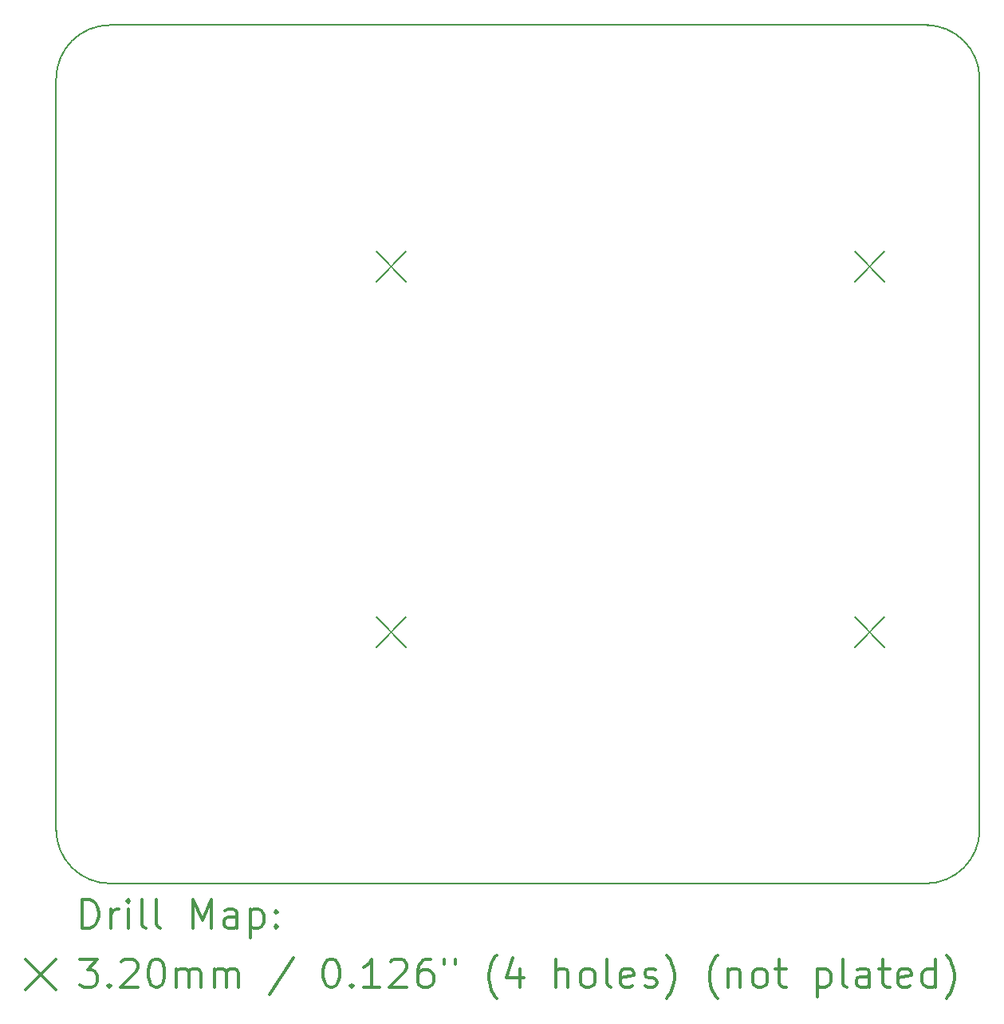
<source format=gbr>
%FSLAX45Y45*%
G04 Gerber Fmt 4.5, Leading zero omitted, Abs format (unit mm)*
G04 Created by KiCad (PCBNEW 5.0.2-bee76a0~70~ubuntu16.04.1) date Tue 14 Jan 2020 10:26:22 AM MST*
%MOMM*%
%LPD*%
G01*
G04 APERTURE LIST*
%ADD10C,0.150000*%
%ADD11C,0.200000*%
%ADD12C,0.300000*%
G04 APERTURE END LIST*
D10*
X9271000Y-9626600D02*
X9271000Y-17602200D01*
X18542000Y-18161000D02*
X9842500Y-18161000D01*
X19075400Y-9626600D02*
X19075400Y-17589500D01*
X9271000Y-9626600D02*
G75*
G02X9842500Y-9055100I571500J0D01*
G01*
X9842500Y-18161000D02*
G75*
G02X9271000Y-17589500I0J571500D01*
G01*
X19075400Y-17589500D02*
G75*
G02X18503900Y-18161000I-571500J0D01*
G01*
X18503900Y-9055100D02*
G75*
G02X19075400Y-9626600I0J-571500D01*
G01*
X18542000Y-9055100D02*
X9842500Y-9055100D01*
D11*
X12667000Y-11460500D02*
X12987000Y-11780500D01*
X12987000Y-11460500D02*
X12667000Y-11780500D01*
X17747000Y-11460500D02*
X18067000Y-11780500D01*
X18067000Y-11460500D02*
X17747000Y-11780500D01*
X17747000Y-15334000D02*
X18067000Y-15654000D01*
X18067000Y-15334000D02*
X17747000Y-15654000D01*
X12667000Y-15334000D02*
X12987000Y-15654000D01*
X12987000Y-15334000D02*
X12667000Y-15654000D01*
D12*
X9549928Y-18634214D02*
X9549928Y-18334214D01*
X9621357Y-18334214D01*
X9664214Y-18348500D01*
X9692786Y-18377072D01*
X9707071Y-18405643D01*
X9721357Y-18462786D01*
X9721357Y-18505643D01*
X9707071Y-18562786D01*
X9692786Y-18591357D01*
X9664214Y-18619929D01*
X9621357Y-18634214D01*
X9549928Y-18634214D01*
X9849928Y-18634214D02*
X9849928Y-18434214D01*
X9849928Y-18491357D02*
X9864214Y-18462786D01*
X9878500Y-18448500D01*
X9907071Y-18434214D01*
X9935643Y-18434214D01*
X10035643Y-18634214D02*
X10035643Y-18434214D01*
X10035643Y-18334214D02*
X10021357Y-18348500D01*
X10035643Y-18362786D01*
X10049928Y-18348500D01*
X10035643Y-18334214D01*
X10035643Y-18362786D01*
X10221357Y-18634214D02*
X10192786Y-18619929D01*
X10178500Y-18591357D01*
X10178500Y-18334214D01*
X10378500Y-18634214D02*
X10349928Y-18619929D01*
X10335643Y-18591357D01*
X10335643Y-18334214D01*
X10721357Y-18634214D02*
X10721357Y-18334214D01*
X10821357Y-18548500D01*
X10921357Y-18334214D01*
X10921357Y-18634214D01*
X11192786Y-18634214D02*
X11192786Y-18477072D01*
X11178500Y-18448500D01*
X11149928Y-18434214D01*
X11092786Y-18434214D01*
X11064214Y-18448500D01*
X11192786Y-18619929D02*
X11164214Y-18634214D01*
X11092786Y-18634214D01*
X11064214Y-18619929D01*
X11049928Y-18591357D01*
X11049928Y-18562786D01*
X11064214Y-18534214D01*
X11092786Y-18519929D01*
X11164214Y-18519929D01*
X11192786Y-18505643D01*
X11335643Y-18434214D02*
X11335643Y-18734214D01*
X11335643Y-18448500D02*
X11364214Y-18434214D01*
X11421357Y-18434214D01*
X11449928Y-18448500D01*
X11464214Y-18462786D01*
X11478500Y-18491357D01*
X11478500Y-18577072D01*
X11464214Y-18605643D01*
X11449928Y-18619929D01*
X11421357Y-18634214D01*
X11364214Y-18634214D01*
X11335643Y-18619929D01*
X11607071Y-18605643D02*
X11621357Y-18619929D01*
X11607071Y-18634214D01*
X11592786Y-18619929D01*
X11607071Y-18605643D01*
X11607071Y-18634214D01*
X11607071Y-18448500D02*
X11621357Y-18462786D01*
X11607071Y-18477072D01*
X11592786Y-18462786D01*
X11607071Y-18448500D01*
X11607071Y-18477072D01*
X8943500Y-18968500D02*
X9263500Y-19288500D01*
X9263500Y-18968500D02*
X8943500Y-19288500D01*
X9521357Y-18964214D02*
X9707071Y-18964214D01*
X9607071Y-19078500D01*
X9649928Y-19078500D01*
X9678500Y-19092786D01*
X9692786Y-19107072D01*
X9707071Y-19135643D01*
X9707071Y-19207072D01*
X9692786Y-19235643D01*
X9678500Y-19249929D01*
X9649928Y-19264214D01*
X9564214Y-19264214D01*
X9535643Y-19249929D01*
X9521357Y-19235643D01*
X9835643Y-19235643D02*
X9849928Y-19249929D01*
X9835643Y-19264214D01*
X9821357Y-19249929D01*
X9835643Y-19235643D01*
X9835643Y-19264214D01*
X9964214Y-18992786D02*
X9978500Y-18978500D01*
X10007071Y-18964214D01*
X10078500Y-18964214D01*
X10107071Y-18978500D01*
X10121357Y-18992786D01*
X10135643Y-19021357D01*
X10135643Y-19049929D01*
X10121357Y-19092786D01*
X9949928Y-19264214D01*
X10135643Y-19264214D01*
X10321357Y-18964214D02*
X10349928Y-18964214D01*
X10378500Y-18978500D01*
X10392786Y-18992786D01*
X10407071Y-19021357D01*
X10421357Y-19078500D01*
X10421357Y-19149929D01*
X10407071Y-19207072D01*
X10392786Y-19235643D01*
X10378500Y-19249929D01*
X10349928Y-19264214D01*
X10321357Y-19264214D01*
X10292786Y-19249929D01*
X10278500Y-19235643D01*
X10264214Y-19207072D01*
X10249928Y-19149929D01*
X10249928Y-19078500D01*
X10264214Y-19021357D01*
X10278500Y-18992786D01*
X10292786Y-18978500D01*
X10321357Y-18964214D01*
X10549928Y-19264214D02*
X10549928Y-19064214D01*
X10549928Y-19092786D02*
X10564214Y-19078500D01*
X10592786Y-19064214D01*
X10635643Y-19064214D01*
X10664214Y-19078500D01*
X10678500Y-19107072D01*
X10678500Y-19264214D01*
X10678500Y-19107072D02*
X10692786Y-19078500D01*
X10721357Y-19064214D01*
X10764214Y-19064214D01*
X10792786Y-19078500D01*
X10807071Y-19107072D01*
X10807071Y-19264214D01*
X10949928Y-19264214D02*
X10949928Y-19064214D01*
X10949928Y-19092786D02*
X10964214Y-19078500D01*
X10992786Y-19064214D01*
X11035643Y-19064214D01*
X11064214Y-19078500D01*
X11078500Y-19107072D01*
X11078500Y-19264214D01*
X11078500Y-19107072D02*
X11092786Y-19078500D01*
X11121357Y-19064214D01*
X11164214Y-19064214D01*
X11192786Y-19078500D01*
X11207071Y-19107072D01*
X11207071Y-19264214D01*
X11792786Y-18949929D02*
X11535643Y-19335643D01*
X12178500Y-18964214D02*
X12207071Y-18964214D01*
X12235643Y-18978500D01*
X12249928Y-18992786D01*
X12264214Y-19021357D01*
X12278500Y-19078500D01*
X12278500Y-19149929D01*
X12264214Y-19207072D01*
X12249928Y-19235643D01*
X12235643Y-19249929D01*
X12207071Y-19264214D01*
X12178500Y-19264214D01*
X12149928Y-19249929D01*
X12135643Y-19235643D01*
X12121357Y-19207072D01*
X12107071Y-19149929D01*
X12107071Y-19078500D01*
X12121357Y-19021357D01*
X12135643Y-18992786D01*
X12149928Y-18978500D01*
X12178500Y-18964214D01*
X12407071Y-19235643D02*
X12421357Y-19249929D01*
X12407071Y-19264214D01*
X12392786Y-19249929D01*
X12407071Y-19235643D01*
X12407071Y-19264214D01*
X12707071Y-19264214D02*
X12535643Y-19264214D01*
X12621357Y-19264214D02*
X12621357Y-18964214D01*
X12592786Y-19007072D01*
X12564214Y-19035643D01*
X12535643Y-19049929D01*
X12821357Y-18992786D02*
X12835643Y-18978500D01*
X12864214Y-18964214D01*
X12935643Y-18964214D01*
X12964214Y-18978500D01*
X12978500Y-18992786D01*
X12992786Y-19021357D01*
X12992786Y-19049929D01*
X12978500Y-19092786D01*
X12807071Y-19264214D01*
X12992786Y-19264214D01*
X13249928Y-18964214D02*
X13192786Y-18964214D01*
X13164214Y-18978500D01*
X13149928Y-18992786D01*
X13121357Y-19035643D01*
X13107071Y-19092786D01*
X13107071Y-19207072D01*
X13121357Y-19235643D01*
X13135643Y-19249929D01*
X13164214Y-19264214D01*
X13221357Y-19264214D01*
X13249928Y-19249929D01*
X13264214Y-19235643D01*
X13278500Y-19207072D01*
X13278500Y-19135643D01*
X13264214Y-19107072D01*
X13249928Y-19092786D01*
X13221357Y-19078500D01*
X13164214Y-19078500D01*
X13135643Y-19092786D01*
X13121357Y-19107072D01*
X13107071Y-19135643D01*
X13392786Y-18964214D02*
X13392786Y-19021357D01*
X13507071Y-18964214D02*
X13507071Y-19021357D01*
X13949928Y-19378500D02*
X13935643Y-19364214D01*
X13907071Y-19321357D01*
X13892786Y-19292786D01*
X13878500Y-19249929D01*
X13864214Y-19178500D01*
X13864214Y-19121357D01*
X13878500Y-19049929D01*
X13892786Y-19007072D01*
X13907071Y-18978500D01*
X13935643Y-18935643D01*
X13949928Y-18921357D01*
X14192786Y-19064214D02*
X14192786Y-19264214D01*
X14121357Y-18949929D02*
X14049928Y-19164214D01*
X14235643Y-19164214D01*
X14578500Y-19264214D02*
X14578500Y-18964214D01*
X14707071Y-19264214D02*
X14707071Y-19107072D01*
X14692786Y-19078500D01*
X14664214Y-19064214D01*
X14621357Y-19064214D01*
X14592786Y-19078500D01*
X14578500Y-19092786D01*
X14892786Y-19264214D02*
X14864214Y-19249929D01*
X14849928Y-19235643D01*
X14835643Y-19207072D01*
X14835643Y-19121357D01*
X14849928Y-19092786D01*
X14864214Y-19078500D01*
X14892786Y-19064214D01*
X14935643Y-19064214D01*
X14964214Y-19078500D01*
X14978500Y-19092786D01*
X14992786Y-19121357D01*
X14992786Y-19207072D01*
X14978500Y-19235643D01*
X14964214Y-19249929D01*
X14935643Y-19264214D01*
X14892786Y-19264214D01*
X15164214Y-19264214D02*
X15135643Y-19249929D01*
X15121357Y-19221357D01*
X15121357Y-18964214D01*
X15392786Y-19249929D02*
X15364214Y-19264214D01*
X15307071Y-19264214D01*
X15278500Y-19249929D01*
X15264214Y-19221357D01*
X15264214Y-19107072D01*
X15278500Y-19078500D01*
X15307071Y-19064214D01*
X15364214Y-19064214D01*
X15392786Y-19078500D01*
X15407071Y-19107072D01*
X15407071Y-19135643D01*
X15264214Y-19164214D01*
X15521357Y-19249929D02*
X15549928Y-19264214D01*
X15607071Y-19264214D01*
X15635643Y-19249929D01*
X15649928Y-19221357D01*
X15649928Y-19207072D01*
X15635643Y-19178500D01*
X15607071Y-19164214D01*
X15564214Y-19164214D01*
X15535643Y-19149929D01*
X15521357Y-19121357D01*
X15521357Y-19107072D01*
X15535643Y-19078500D01*
X15564214Y-19064214D01*
X15607071Y-19064214D01*
X15635643Y-19078500D01*
X15749928Y-19378500D02*
X15764214Y-19364214D01*
X15792786Y-19321357D01*
X15807071Y-19292786D01*
X15821357Y-19249929D01*
X15835643Y-19178500D01*
X15835643Y-19121357D01*
X15821357Y-19049929D01*
X15807071Y-19007072D01*
X15792786Y-18978500D01*
X15764214Y-18935643D01*
X15749928Y-18921357D01*
X16292786Y-19378500D02*
X16278500Y-19364214D01*
X16249928Y-19321357D01*
X16235643Y-19292786D01*
X16221357Y-19249929D01*
X16207071Y-19178500D01*
X16207071Y-19121357D01*
X16221357Y-19049929D01*
X16235643Y-19007072D01*
X16249928Y-18978500D01*
X16278500Y-18935643D01*
X16292786Y-18921357D01*
X16407071Y-19064214D02*
X16407071Y-19264214D01*
X16407071Y-19092786D02*
X16421357Y-19078500D01*
X16449928Y-19064214D01*
X16492786Y-19064214D01*
X16521357Y-19078500D01*
X16535643Y-19107072D01*
X16535643Y-19264214D01*
X16721357Y-19264214D02*
X16692786Y-19249929D01*
X16678500Y-19235643D01*
X16664214Y-19207072D01*
X16664214Y-19121357D01*
X16678500Y-19092786D01*
X16692786Y-19078500D01*
X16721357Y-19064214D01*
X16764214Y-19064214D01*
X16792786Y-19078500D01*
X16807071Y-19092786D01*
X16821357Y-19121357D01*
X16821357Y-19207072D01*
X16807071Y-19235643D01*
X16792786Y-19249929D01*
X16764214Y-19264214D01*
X16721357Y-19264214D01*
X16907071Y-19064214D02*
X17021357Y-19064214D01*
X16949928Y-18964214D02*
X16949928Y-19221357D01*
X16964214Y-19249929D01*
X16992786Y-19264214D01*
X17021357Y-19264214D01*
X17349928Y-19064214D02*
X17349928Y-19364214D01*
X17349928Y-19078500D02*
X17378500Y-19064214D01*
X17435643Y-19064214D01*
X17464214Y-19078500D01*
X17478500Y-19092786D01*
X17492786Y-19121357D01*
X17492786Y-19207072D01*
X17478500Y-19235643D01*
X17464214Y-19249929D01*
X17435643Y-19264214D01*
X17378500Y-19264214D01*
X17349928Y-19249929D01*
X17664214Y-19264214D02*
X17635643Y-19249929D01*
X17621357Y-19221357D01*
X17621357Y-18964214D01*
X17907071Y-19264214D02*
X17907071Y-19107072D01*
X17892786Y-19078500D01*
X17864214Y-19064214D01*
X17807071Y-19064214D01*
X17778500Y-19078500D01*
X17907071Y-19249929D02*
X17878500Y-19264214D01*
X17807071Y-19264214D01*
X17778500Y-19249929D01*
X17764214Y-19221357D01*
X17764214Y-19192786D01*
X17778500Y-19164214D01*
X17807071Y-19149929D01*
X17878500Y-19149929D01*
X17907071Y-19135643D01*
X18007071Y-19064214D02*
X18121357Y-19064214D01*
X18049928Y-18964214D02*
X18049928Y-19221357D01*
X18064214Y-19249929D01*
X18092786Y-19264214D01*
X18121357Y-19264214D01*
X18335643Y-19249929D02*
X18307071Y-19264214D01*
X18249928Y-19264214D01*
X18221357Y-19249929D01*
X18207071Y-19221357D01*
X18207071Y-19107072D01*
X18221357Y-19078500D01*
X18249928Y-19064214D01*
X18307071Y-19064214D01*
X18335643Y-19078500D01*
X18349928Y-19107072D01*
X18349928Y-19135643D01*
X18207071Y-19164214D01*
X18607071Y-19264214D02*
X18607071Y-18964214D01*
X18607071Y-19249929D02*
X18578500Y-19264214D01*
X18521357Y-19264214D01*
X18492786Y-19249929D01*
X18478500Y-19235643D01*
X18464214Y-19207072D01*
X18464214Y-19121357D01*
X18478500Y-19092786D01*
X18492786Y-19078500D01*
X18521357Y-19064214D01*
X18578500Y-19064214D01*
X18607071Y-19078500D01*
X18721357Y-19378500D02*
X18735643Y-19364214D01*
X18764214Y-19321357D01*
X18778500Y-19292786D01*
X18792786Y-19249929D01*
X18807071Y-19178500D01*
X18807071Y-19121357D01*
X18792786Y-19049929D01*
X18778500Y-19007072D01*
X18764214Y-18978500D01*
X18735643Y-18935643D01*
X18721357Y-18921357D01*
M02*

</source>
